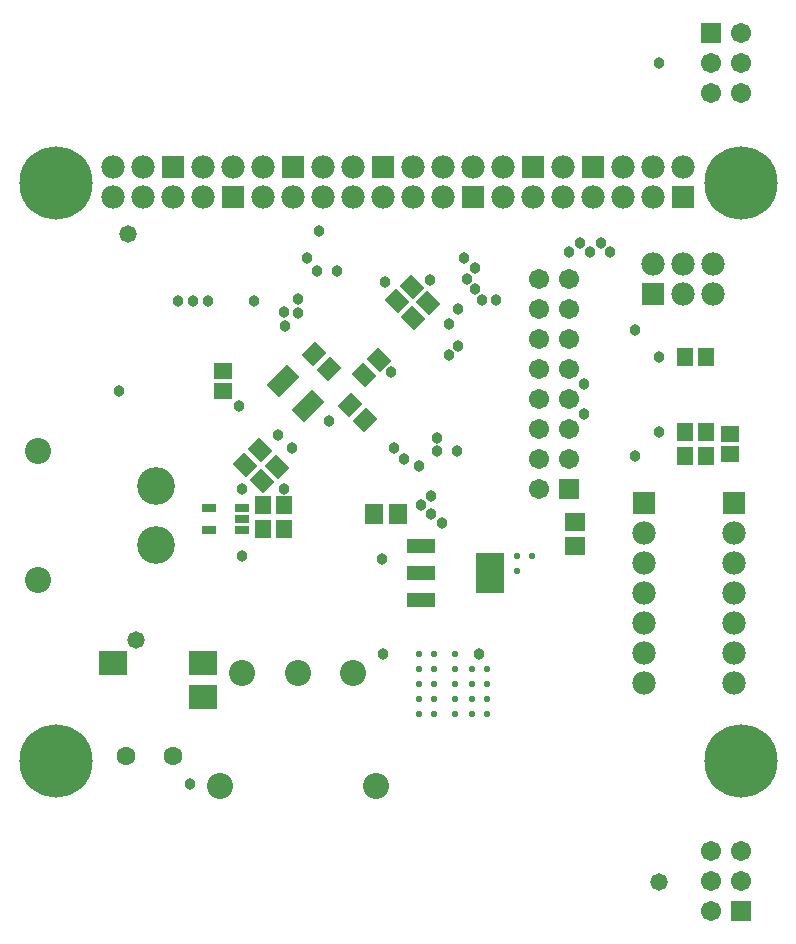
<source format=gbs>
G04 Layer_Color=16711935*
%FSLAX25Y25*%
%MOIN*%
G70*
G01*
G75*
%ADD56R,0.06115X0.05328*%
%ADD60R,0.05328X0.06115*%
G04:AMPARAMS|DCode=66|XSize=63.12mil|YSize=53.28mil|CornerRadius=0mil|HoleSize=0mil|Usage=FLASHONLY|Rotation=315.000|XOffset=0mil|YOffset=0mil|HoleType=Round|Shape=Rectangle|*
%AMROTATEDRECTD66*
4,1,4,-0.04115,0.00348,-0.00348,0.04115,0.04115,-0.00348,0.00348,-0.04115,-0.04115,0.00348,0.0*
%
%ADD66ROTATEDRECTD66*%

%ADD73C,0.12611*%
%ADD74C,0.08674*%
%ADD75C,0.24409*%
%ADD76C,0.07800*%
%ADD77R,0.07800X0.07800*%
%ADD78R,0.06706X0.06706*%
%ADD79C,0.06706*%
%ADD80R,0.07800X0.07800*%
%ADD81C,0.06312*%
%ADD82C,0.02300*%
%ADD83C,0.03800*%
%ADD84C,0.05800*%
%ADD85R,0.04737X0.03162*%
G04:AMPARAMS|DCode=86|XSize=57.21mil|YSize=94.61mil|CornerRadius=0mil|HoleSize=0mil|Usage=FLASHONLY|Rotation=315.000|XOffset=0mil|YOffset=0mil|HoleType=Round|Shape=Rectangle|*
%AMROTATEDRECTD86*
4,1,4,-0.05368,-0.01322,0.01322,0.05368,0.05368,0.01322,-0.01322,-0.05368,-0.05368,-0.01322,0.0*
%
%ADD86ROTATEDRECTD86*%

G04:AMPARAMS|DCode=87|XSize=63.12mil|YSize=53.28mil|CornerRadius=0mil|HoleSize=0mil|Usage=FLASHONLY|Rotation=225.000|XOffset=0mil|YOffset=0mil|HoleType=Round|Shape=Rectangle|*
%AMROTATEDRECTD87*
4,1,4,0.00348,0.04115,0.04115,0.00348,-0.00348,-0.04115,-0.04115,-0.00348,0.00348,0.04115,0.0*
%
%ADD87ROTATEDRECTD87*%

%ADD88R,0.06312X0.05328*%
%ADD89R,0.09461X0.07887*%
%ADD90R,0.09265X0.04737*%
%ADD91R,0.09265X0.13595*%
%ADD92R,0.06312X0.06706*%
%ADD93R,0.06706X0.06312*%
D56*
X69500Y137555D02*
D03*
Y144445D02*
D03*
D60*
X230445Y149000D02*
D03*
X223555D02*
D03*
X89945Y91500D02*
D03*
X83055D02*
D03*
X83000Y99500D02*
D03*
X89890D02*
D03*
X230445Y124000D02*
D03*
X223555D02*
D03*
X230445Y116000D02*
D03*
X223555D02*
D03*
D66*
X87436Y112436D02*
D03*
X82564Y107564D02*
D03*
X81936Y117936D02*
D03*
X77064Y113064D02*
D03*
X121436Y147936D02*
D03*
X116564Y143064D02*
D03*
X137936Y166936D02*
D03*
X133064Y162064D02*
D03*
X132436Y172436D02*
D03*
X127564Y167564D02*
D03*
D73*
X47370Y105996D02*
D03*
Y86311D02*
D03*
D74*
X8000Y117807D02*
D03*
Y74500D02*
D03*
X120500Y6000D02*
D03*
X68500D02*
D03*
X76000Y43500D02*
D03*
X94500D02*
D03*
X113000D02*
D03*
D75*
X13780Y207087D02*
D03*
X242126D02*
D03*
Y14173D02*
D03*
X13780D02*
D03*
D76*
X223000Y212394D02*
D03*
X213000D02*
D03*
Y202394D02*
D03*
X203000Y212394D02*
D03*
Y202394D02*
D03*
X193000D02*
D03*
X183000Y212394D02*
D03*
Y202394D02*
D03*
X173000D02*
D03*
X163000Y212394D02*
D03*
Y202394D02*
D03*
X153000Y212394D02*
D03*
X143000D02*
D03*
Y202394D02*
D03*
X133000Y212394D02*
D03*
Y202394D02*
D03*
X123000D02*
D03*
X113000Y212394D02*
D03*
Y202394D02*
D03*
X103000Y212394D02*
D03*
Y202394D02*
D03*
X93000D02*
D03*
X83000Y212394D02*
D03*
Y202394D02*
D03*
X73000Y212394D02*
D03*
X63000D02*
D03*
Y202394D02*
D03*
X53000D02*
D03*
X43000Y212394D02*
D03*
Y202394D02*
D03*
X33000Y212394D02*
D03*
Y202394D02*
D03*
X210000Y40236D02*
D03*
Y50236D02*
D03*
Y60236D02*
D03*
Y70236D02*
D03*
Y80236D02*
D03*
Y90236D02*
D03*
X240000Y40236D02*
D03*
Y50236D02*
D03*
Y60236D02*
D03*
Y70236D02*
D03*
Y80236D02*
D03*
Y90236D02*
D03*
X213000Y180000D02*
D03*
X223000Y170000D02*
D03*
Y180000D02*
D03*
X233000Y170000D02*
D03*
Y180000D02*
D03*
D77*
X223000Y202394D02*
D03*
X193000Y212394D02*
D03*
X173000D02*
D03*
X153000Y202394D02*
D03*
X123000Y212394D02*
D03*
X93000D02*
D03*
X73000Y202394D02*
D03*
X53000Y212394D02*
D03*
X213000Y170000D02*
D03*
D78*
X232126Y257087D02*
D03*
X185000Y105000D02*
D03*
X242126Y-35827D02*
D03*
D79*
Y257087D02*
D03*
X232126Y247087D02*
D03*
X242126D02*
D03*
X232126Y237087D02*
D03*
X242126D02*
D03*
X175000Y105000D02*
D03*
X185000Y115000D02*
D03*
X175000D02*
D03*
X185000Y125000D02*
D03*
X175000D02*
D03*
X185000Y135000D02*
D03*
X175000D02*
D03*
X185000Y145000D02*
D03*
X175000D02*
D03*
X185000Y155000D02*
D03*
X175000D02*
D03*
X185000Y165000D02*
D03*
X175000D02*
D03*
X185000Y175000D02*
D03*
X175000D02*
D03*
X232126Y-15827D02*
D03*
X242126D02*
D03*
X232126Y-25827D02*
D03*
X242126D02*
D03*
X232126Y-35827D02*
D03*
D80*
X210000Y100236D02*
D03*
X240000D02*
D03*
D81*
X37252Y16000D02*
D03*
X53000D02*
D03*
D82*
X167500Y77500D02*
D03*
Y82500D02*
D03*
X172500D02*
D03*
X157500Y35000D02*
D03*
X152500D02*
D03*
X147000Y45000D02*
D03*
Y40000D02*
D03*
Y50000D02*
D03*
Y30000D02*
D03*
Y35000D02*
D03*
X140000D02*
D03*
X135000D02*
D03*
X140000Y30000D02*
D03*
X135000D02*
D03*
Y50000D02*
D03*
X140000D02*
D03*
X135000Y40000D02*
D03*
X140000D02*
D03*
X135000Y45000D02*
D03*
X140000D02*
D03*
X152500Y30000D02*
D03*
X157500D02*
D03*
X152500Y40000D02*
D03*
X157500D02*
D03*
Y45000D02*
D03*
X152500D02*
D03*
D83*
X123000Y50000D02*
D03*
X155000D02*
D03*
X122500Y81500D02*
D03*
X195500Y187000D02*
D03*
X198500Y184000D02*
D03*
X192000D02*
D03*
X188500Y187000D02*
D03*
X185000Y184000D02*
D03*
X190000Y140000D02*
D03*
Y130000D02*
D03*
X160500Y168000D02*
D03*
X156000D02*
D03*
X153500Y171500D02*
D03*
X151000Y175000D02*
D03*
X153500Y178500D02*
D03*
X207000Y158000D02*
D03*
X126546Y118500D02*
D03*
X130000Y115000D02*
D03*
X141000Y117500D02*
D03*
Y122000D02*
D03*
X125500Y144000D02*
D03*
X214803Y148961D02*
D03*
X215000Y124000D02*
D03*
X215087Y247087D02*
D03*
X76000Y105000D02*
D03*
X90000D02*
D03*
X88000Y122954D02*
D03*
X92454Y118500D02*
D03*
X94500Y168363D02*
D03*
X94681Y163727D02*
D03*
X90227Y159273D02*
D03*
X90046Y163908D02*
D03*
X150000Y182000D02*
D03*
X97500D02*
D03*
X107500Y177500D02*
D03*
X139000Y102500D02*
D03*
Y96500D02*
D03*
X135500Y99500D02*
D03*
X142500Y93500D02*
D03*
X147500Y117500D02*
D03*
X135000Y112500D02*
D03*
X105000Y127500D02*
D03*
X101500Y191000D02*
D03*
X145000Y149500D02*
D03*
X148000Y152500D02*
D03*
Y165000D02*
D03*
X145000Y160000D02*
D03*
X207000Y116000D02*
D03*
X80000Y167500D02*
D03*
X101000Y177500D02*
D03*
X76000Y82500D02*
D03*
X75000Y132500D02*
D03*
X54500Y167500D02*
D03*
X64500D02*
D03*
X59500D02*
D03*
X123500Y174000D02*
D03*
X138500Y174500D02*
D03*
X35000Y137500D02*
D03*
X58500Y6500D02*
D03*
D84*
X38000Y190000D02*
D03*
X215000Y-26000D02*
D03*
X40500Y54681D02*
D03*
D85*
X75913Y98740D02*
D03*
Y95000D02*
D03*
Y91260D02*
D03*
X65087D02*
D03*
Y98740D02*
D03*
D86*
X89518Y141000D02*
D03*
X98009Y132509D02*
D03*
D87*
X116936Y128064D02*
D03*
X112064Y132936D02*
D03*
X100064Y149936D02*
D03*
X104936Y145064D02*
D03*
D88*
X238500Y123445D02*
D03*
Y116555D02*
D03*
D89*
X32921Y47102D02*
D03*
X62843D02*
D03*
Y35685D02*
D03*
D90*
X135484Y67945D02*
D03*
Y77000D02*
D03*
Y86055D02*
D03*
D91*
X158516Y77000D02*
D03*
D92*
X120063Y96500D02*
D03*
X127937D02*
D03*
D93*
X187000Y93937D02*
D03*
Y86063D02*
D03*
M02*

</source>
